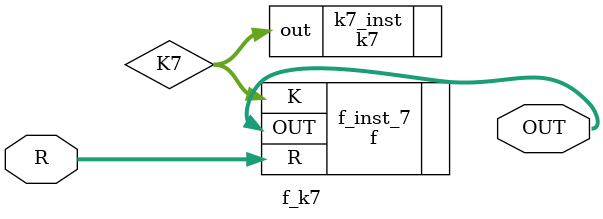
<source format=v>
/**
 * Round function del round 7: funzione f(R, K)
 *
 * Utilizza R6 del round precedente e K7
 * per calcolare il valore (facendo lo XOR con L6) di R7.
*/

module f_k7(
    input [32:1] R,
    output [32:1] OUT
);

    wire [48:1] K7;
    k7 k7_inst(
        .out(K7[48:1])
    );

    f f_inst_7(
        .R(R[32:1]),
        .K(K7[48:1]),
        .OUT(OUT[32:1])
    );
endmodule

</source>
